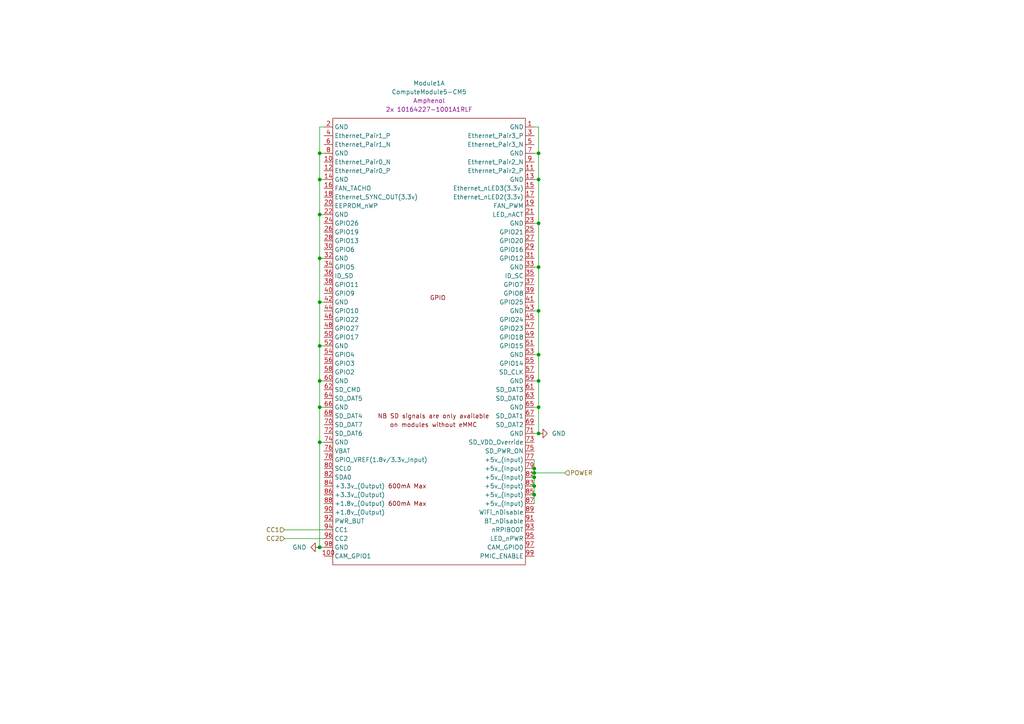
<source format=kicad_sch>
(kicad_sch (version 20250114) (generator "eeschema") (generator_version "9.0")
  (paper "A4")
  (lib_symbols
    (symbol "CM5:ComputeModule5-CM5"
      (property "Reference" "Module" (at 113.03 -68.58 0))
      (property "Value" "ComputeModule5-CM5" (at 140.97 2.54 0))
      (property "Field4" "Amphenol" (at 0 0 0))
      (property "Field5" "2x 10164227-1001A1RLF" (at 0 -2.54 0))
      (symbol "ComputeModule5-CM5_1_0"
        (text "GPIO" (at 0 6.35 0) (effects (font (size 1.27 1.27))))
      )
      (symbol "ComputeModule5-CM5_1_1"
        (rectangle (start -30.48 -71.12) (end 25.4 58.42))
        (text "600mA Max" (at -8.89 -48.26 0) (effects (font (size 1.27 1.27))))
        (text "600mA Max" (at -8.89 -53.34 0) (effects (font (size 1.27 1.27))))
        (text "NB SD signals are only available" (at -1.27 -27.94 0) (effects (font (size 1.27 1.27))))
        (text "on modules without eMMC" (at -1.27 -30.48 0) (effects (font (size 1.27 1.27))))
        (pin power_in line (at -33.02 55.88 0) (length 2.54) (name "GND") (number "2"))
        (pin passive line (at -33.02 53.34 0) (length 2.54) (name "Ethernet_Pair1_P") (number "4"))
        (pin passive line (at -33.02 50.8 0) (length 2.54) (name "Ethernet_Pair1_N") (number "6"))
        (pin power_in line (at -33.02 48.26 0) (length 2.54) (name "GND") (number "8"))
        (pin passive line (at -33.02 45.72 0) (length 2.54) (name "Ethernet_Pair0_N") (number "10"))
        (pin passive line (at -33.02 43.18 0) (length 2.54) (name "Ethernet_Pair0_P") (number "12"))
        (pin power_in line (at -33.02 40.64 0) (length 2.54) (name "GND") (number "14"))
        (pin input line (at -33.02 38.1 0) (length 2.54) (name "FAN_TACHO") (number "16"))
        (pin input line (at -33.02 35.56 0) (length 2.54) (name "Ethernet_SYNC_OUT(3.3v)") (number "18"))
        (pin passive line (at -33.02 33.02 0) (length 2.54) (name "EEPROM_nWP") (number "20"))
        (pin power_in line (at -33.02 30.48 0) (length 2.54) (name "GND") (number "22"))
        (pin passive line (at -33.02 27.94 0) (length 2.54) (name "GPIO26") (number "24"))
        (pin passive line (at -33.02 25.4 0) (length 2.54) (name "GPIO19") (number "26"))
        (pin passive line (at -33.02 22.86 0) (length 2.54) (name "GPIO13") (number "28"))
        (pin passive line (at -33.02 20.32 0) (length 2.54) (name "GPIO6") (number "30"))
        (pin power_in line (at -33.02 17.78 0) (length 2.54) (name "GND") (number "32"))
        (pin passive line (at -33.02 15.24 0) (length 2.54) (name "GPIO5") (number "34"))
        (pin passive line (at -33.02 12.7 0) (length 2.54) (name "ID_SD") (number "36"))
        (pin passive line (at -33.02 10.16 0) (length 2.54) (name "GPIO11") (number "38"))
        (pin passive line (at -33.02 7.62 0) (length 2.54) (name "GPIO9") (number "40"))
        (pin power_in line (at -33.02 5.08 0) (length 2.54) (name "GND") (number "42"))
        (pin passive line (at -33.02 2.54 0) (length 2.54) (name "GPIO10") (number "44"))
        (pin passive line (at -33.02 0 0) (length 2.54) (name "GPIO22") (number "46"))
        (pin passive line (at -33.02 -2.54 0) (length 2.54) (name "GPIO27") (number "48"))
        (pin passive line (at -33.02 -5.08 0) (length 2.54) (name "GPIO17") (number "50"))
        (pin power_in line (at -33.02 -7.62 0) (length 2.54) (name "GND") (number "52"))
        (pin passive line (at -33.02 -10.16 0) (length 2.54) (name "GPIO4") (number "54"))
        (pin passive line (at -33.02 -12.7 0) (length 2.54) (name "GPIO3") (number "56"))
        (pin passive line (at -33.02 -15.24 0) (length 2.54) (name "GPIO2") (number "58"))
        (pin power_in line (at -33.02 -17.78 0) (length 2.54) (name "GND") (number "60"))
        (pin passive line (at -33.02 -20.32 0) (length 2.54) (name "SD_CMD") (number "62"))
        (pin passive line (at -33.02 -22.86 0) (length 2.54) (name "SD_DAT5") (number "64"))
        (pin power_in line (at -33.02 -25.4 0) (length 2.54) (name "GND") (number "66"))
        (pin passive line (at -33.02 -27.94 0) (length 2.54) (name "SD_DAT4") (number "68"))
        (pin passive line (at -33.02 -30.48 0) (length 2.54) (name "SD_DAT7") (number "70"))
        (pin passive line (at -33.02 -33.02 0) (length 2.54) (name "SD_DAT6") (number "72"))
        (pin power_in line (at -33.02 -35.56 0) (length 2.54) (name "GND") (number "74"))
        (pin passive line (at -33.02 -38.1 0) (length 2.54) (name "VBAT") (number "76"))
        (pin power_in line (at -33.02 -40.64 0) (length 2.54) (name "GPIO_VREF(1.8v/3.3v_Input)") (number "78"))
        (pin passive line (at -33.02 -43.18 0) (length 2.54) (name "SCL0") (number "80"))
        (pin passive line (at -33.02 -45.72 0) (length 2.54) (name "SDA0") (number "82"))
        (pin power_out line (at -33.02 -48.26 0) (length 2.54) (name "+3.3v_(Output)") (number "84"))
        (pin passive line (at -33.02 -50.8 0) (length 2.54) (name "+3.3v_(Output)") (number "86"))
        (pin power_out line (at -33.02 -53.34 0) (length 2.54) (name "+1.8v_(Output)") (number "88"))
        (pin passive line (at -33.02 -55.88 0) (length 2.54) (name "+1.8v_(Output)") (number "90"))
        (pin passive line (at -33.02 -58.42 0) (length 2.54) (name "PWR_BUT") (number "92"))
        (pin passive line (at -33.02 -60.96 0) (length 2.54) (name "CC1") (number "94"))
        (pin passive line (at -33.02 -63.5 0) (length 2.54) (name "CC2") (number "96"))
        (pin power_in line (at -33.02 -66.04 0) (length 2.54) (name "GND") (number "98"))
        (pin passive line (at -33.02 -68.58 0) (length 2.54) (name "CAM_GPIO1") (number "100"))
        (pin power_in line (at 27.94 55.88 180) (length 2.54) (name "GND") (number "1"))
        (pin passive line (at 27.94 53.34 180) (length 2.54) (name "Ethernet_Pair3_P") (number "3"))
        (pin passive line (at 27.94 50.8 180) (length 2.54) (name "Ethernet_Pair3_N") (number "5"))
        (pin power_in line (at 27.94 48.26 180) (length 2.54) (name "GND") (number "7"))
        (pin passive line (at 27.94 45.72 180) (length 2.54) (name "Ethernet_Pair2_N") (number "9"))
        (pin passive line (at 27.94 43.18 180) (length 2.54) (name "Ethernet_Pair2_P") (number "11"))
        (pin power_in line (at 27.94 40.64 180) (length 2.54) (name "GND") (number "13"))
        (pin output line (at 27.94 38.1 180) (length 2.54) (name "Ethernet_nLED3(3.3v)") (number "15"))
        (pin output line (at 27.94 35.56 180) (length 2.54) (name "Ethernet_nLED2(3.3v)") (number "17"))
        (pin output line (at 27.94 33.02 180) (length 2.54) (name "FAN_PWM") (number "19"))
        (pin open_collector line (at 27.94 30.48 180) (length 2.54) (name "LED_nACT") (number "21"))
        (pin power_in line (at 27.94 27.94 180) (length 2.54) (name "GND") (number "23"))
        (pin passive line (at 27.94 25.4 180) (length 2.54) (name "GPIO21") (number "25"))
        (pin passive line (at 27.94 22.86 180) (length 2.54) (name "GPIO20") (number "27"))
        (pin passive line (at 27.94 20.32 180) (length 2.54) (name "GPIO16") (number "29"))
        (pin passive line (at 27.94 17.78 180) (length 2.54) (name "GPIO12") (number "31"))
        (pin power_in line (at 27.94 15.24 180) (length 2.54) (name "GND") (number "33"))
        (pin passive line (at 27.94 12.7 180) (length 2.54) (name "ID_SC") (number "35"))
        (pin passive line (at 27.94 10.16 180) (length 2.54) (name "GPIO7") (number "37"))
        (pin passive line (at 27.94 7.62 180) (length 2.54) (name "GPIO8") (number "39"))
        (pin passive line (at 27.94 5.08 180) (length 2.54) (name "GPIO25") (number "41"))
        (pin power_in line (at 27.94 2.54 180) (length 2.54) (name "GND") (number "43"))
        (pin passive line (at 27.94 0 180) (length 2.54) (name "GPIO24") (number "45"))
        (pin passive line (at 27.94 -2.54 180) (length 2.54) (name "GPIO23") (number "47"))
        (pin passive line (at 27.94 -5.08 180) (length 2.54) (name "GPIO18") (number "49"))
        (pin passive line (at 27.94 -7.62 180) (length 2.54) (name "GPIO15") (number "51"))
        (pin power_in line (at 27.94 -10.16 180) (length 2.54) (name "GND") (number "53"))
        (pin passive line (at 27.94 -12.7 180) (length 2.54) (name "GPIO14") (number "55"))
        (pin passive line (at 27.94 -15.24 180) (length 2.54) (name "SD_CLK") (number "57"))
        (pin power_in line (at 27.94 -17.78 180) (length 2.54) (name "GND") (number "59"))
        (pin passive line (at 27.94 -20.32 180) (length 2.54) (name "SD_DAT3") (number "61"))
        (pin passive line (at 27.94 -22.86 180) (length 2.54) (name "SD_DAT0") (number "63"))
        (pin power_in line (at 27.94 -25.4 180) (length 2.54) (name "GND") (number "65"))
        (pin passive line (at 27.94 -27.94 180) (length 2.54) (name "SD_DAT1") (number "67"))
        (pin passive line (at 27.94 -30.48 180) (length 2.54) (name "SD_DAT2") (number "69"))
        (pin power_in line (at 27.94 -33.02 180) (length 2.54) (name "GND") (number "71"))
        (pin input line (at 27.94 -35.56 180) (length 2.54) (name "SD_VDD_Override") (number "73"))
        (pin output line (at 27.94 -38.1 180) (length 2.54) (name "SD_PWR_ON") (number "75"))
        (pin power_in line (at 27.94 -40.64 180) (length 2.54) (name "+5v_(Input)") (number "77"))
        (pin power_in line (at 27.94 -43.18 180) (length 2.54) (name "+5v_(Input)") (number "79"))
        (pin power_in line (at 27.94 -45.72 180) (length 2.54) (name "+5v_(Input)") (number "81"))
        (pin power_in line (at 27.94 -48.26 180) (length 2.54) (name "+5v_(Input)") (number "83"))
        (pin power_in line (at 27.94 -50.8 180) (length 2.54) (name "+5v_(Input)") (number "85"))
        (pin power_in line (at 27.94 -53.34 180) (length 2.54) (name "+5v_(Input)") (number "87"))
        (pin input line (at 27.94 -55.88 180) (length 2.54) (name "WiFi_nDisable") (number "89"))
        (pin input line (at 27.94 -58.42 180) (length 2.54) (name "BT_nDisable") (number "91"))
        (pin input line (at 27.94 -60.96 180) (length 2.54) (name "nRPIBOOT") (number "93"))
        (pin output line (at 27.94 -63.5 180) (length 2.54) (name "LED_nPWR") (number "95"))
        (pin passive line (at 27.94 -66.04 180) (length 2.54) (name "CAM_GPIO0") (number "97"))
        (pin input line (at 27.94 -68.58 180) (length 2.54) (name "PMIC_ENABLE") (number "99"))
      )
      (symbol "ComputeModule5-CM5_2_1"
        (rectangle (start 114.3 -66.04) (end 165.1 63.5))
        (text "High Speed Serial" (at 140.97 0 0) (effects (font (size 1.27 1.27))))
        (pin input line (at 109.22 60.96 0) (length 5.08) (name "PCIe_nCLKREQ") (number "102"))
        (pin input line (at 109.22 58.42 0) (length 5.08) (name "PCIE_nWAKE") (number "104"))
        (pin output line (at 109.22 55.88 0) (length 5.08) (name "PCIE_PWR_EN") (number "106"))
        (pin power_in line (at 109.22 53.34 0) (length 5.08) (name "GND") (number "108"))
        (pin output line (at 109.22 50.8 0) (length 5.08) (name "PCIe_CLK_P") (number "110"))
        (pin output line (at 109.22 48.26 0) (length 5.08) (name "PCIe_CLK_N") (number "112"))
        (pin power_in line (at 109.22 45.72 0) (length 5.08) (name "GND") (number "114"))
        (pin input line (at 109.22 43.18 0) (length 5.08) (name "PCIe_RX_P") (number "116"))
        (pin input line (at 109.22 40.64 0) (length 5.08) (name "PCIe_RX_N") (number "118"))
        (pin power_in line (at 109.22 38.1 0) (length 5.08) (name "GND") (number "120"))
        (pin output line (at 109.22 35.56 0) (length 5.08) (name "PCIe_TX_P") (number "122"))
        (pin output line (at 109.22 33.02 0) (length 5.08) (name "PCIe_TX_N") (number "124"))
        (pin power_in line (at 109.22 30.48 0) (length 5.08) (name "GND") (number "126"))
        (pin input line (at 109.22 27.94 0) (length 5.08) (name "USB3-0-RX_N") (number "128"))
        (pin input line (at 109.22 25.4 0) (length 5.08) (name "USB3-0-RX_P") (number "130"))
        (pin power_in line (at 109.22 22.86 0) (length 5.08) (name "GND") (number "132"))
        (pin passive line (at 109.22 20.32 0) (length 5.08) (name "USB3-0-D_P") (number "134"))
        (pin passive line (at 109.22 17.78 0) (length 5.08) (name "USB3-0-D_N") (number "136"))
        (pin power_in line (at 109.22 15.24 0) (length 5.08) (name "GND") (number "138"))
        (pin output line (at 109.22 12.7 0) (length 5.08) (name "USB3-0-TX_N") (number "140"))
        (pin output line (at 109.22 10.16 0) (length 5.08) (name "USB3-0-TX_P") (number "142"))
        (pin power_in line (at 109.22 7.62 0) (length 5.08) (name "GND") (number "144"))
        (pin output line (at 109.22 5.08 0) (length 5.08) (name "HDMI1_TX2_P") (number "146"))
        (pin output line (at 109.22 2.54 0) (length 5.08) (name "HDMI1_TX2_N") (number "148"))
        (pin power_in line (at 109.22 0 0) (length 5.08) (name "GND") (number "150"))
        (pin output line (at 109.22 -2.54 0) (length 5.08) (name "HDMI1_TX1_P") (number "152"))
        (pin output line (at 109.22 -5.08 0) (length 5.08) (name "HDMI1_TX1_N") (number "154"))
        (pin power_in line (at 109.22 -7.62 0) (length 5.08) (name "GND") (number "156"))
        (pin output line (at 109.22 -10.16 0) (length 5.08) (name "HDMI1_TX0_P") (number "158"))
        (pin output line (at 109.22 -12.7 0) (length 5.08) (name "HDMI1_TX0_N") (number "160"))
        (pin power_in line (at 109.22 -15.24 0) (length 5.08) (name "GND") (number "162"))
        (pin output line (at 109.22 -17.78 0) (length 5.08) (name "HDMI1_CLK_P") (number "164"))
        (pin output line (at 109.22 -20.32 0) (length 5.08) (name "HDMI1_CLK_N") (number "166"))
        (pin power_in line (at 109.22 -22.86 0) (length 5.08) (name "GND") (number "168"))
        (pin output line (at 109.22 -25.4 0) (length 5.08) (name "HDMI0_TX2_P") (number "170"))
        (pin output line (at 109.22 -27.94 0) (length 5.08) (name "HDMI0_TX2_N") (number "172"))
        (pin power_in line (at 109.22 -30.48 0) (length 5.08) (name "GND") (number "174"))
        (pin output line (at 109.22 -33.02 0) (length 5.08) (name "HDMI0_TX1_P") (number "176"))
        (pin output line (at 109.22 -35.56 0) (length 5.08) (name "HDMI0_TX1_N") (number "178"))
        (pin power_in line (at 109.22 -38.1 0) (length 5.08) (name "GND") (number "180"))
        (pin output line (at 109.22 -40.64 0) (length 5.08) (name "HDMI0_TX0_P") (number "182"))
        (pin output line (at 109.22 -43.18 0) (length 5.08) (name "HDMI0_TX0_N") (number "184"))
        (pin power_in line (at 109.22 -45.72 0) (length 5.08) (name "GND") (number "186"))
        (pin output line (at 109.22 -48.26 0) (length 5.08) (name "HDMI0_CLK_P") (number "188"))
        (pin output line (at 109.22 -50.8 0) (length 5.08) (name "HDMI0_CLK_N") (number "190"))
        (pin power_in line (at 109.22 -53.34 0) (length 5.08) (name "GND") (number "192"))
        (pin output line (at 109.22 -55.88 0) (length 5.08) (name "MIPI1_D3_N") (number "194"))
        (pin output line (at 109.22 -58.42 0) (length 5.08) (name "MIPI1_D3_P") (number "196"))
        (pin power_in line (at 109.22 -60.96 0) (length 5.08) (name "GND") (number "198"))
        (pin open_collector line (at 109.22 -63.5 0) (length 5.08) (name "HDMI0_SCL") (number "200"))
        (pin input line (at 170.18 60.96 180) (length 5.08) (name "USB_OTG_ID") (number "101"))
        (pin passive line (at 170.18 58.42 180) (length 5.08) (name "USB2_N") (number "103"))
        (pin passive line (at 170.18 55.88 180) (length 5.08) (name "USB2_P") (number "105"))
        (pin power_in line (at 170.18 53.34 180) (length 5.08) (name "GND") (number "107"))
        (pin output line (at 170.18 50.8 180) (length 5.08) (name "PCIe_nRST") (number "109"))
        (pin output line (at 170.18 48.26 180) (length 5.08) (name "VBUS_EN") (number "111"))
        (pin power_in line (at 170.18 45.72 180) (length 5.08) (name "GND") (number "113"))
        (pin input line (at 170.18 43.18 180) (length 5.08) (name "MIPI0_D0_N") (number "115"))
        (pin input line (at 170.18 40.64 180) (length 5.08) (name "MIPI0_D0_P") (number "117"))
        (pin power_in line (at 170.18 38.1 180) (length 5.08) (name "GND") (number "119"))
        (pin input line (at 170.18 35.56 180) (length 5.08) (name "MIPI0_D1_N") (number "121"))
        (pin input line (at 170.18 33.02 180) (length 5.08) (name "MIPI0_D1_P") (number "123"))
        (pin power_in line (at 170.18 30.48 180) (length 5.08) (name "GND") (number "125"))
        (pin input line (at 170.18 27.94 180) (length 5.08) (name "MIPI0_C_N") (number "127"))
        (pin input line (at 170.18 25.4 180) (length 5.08) (name "MIPI0_C_P") (number "129"))
        (pin power_in line (at 170.18 22.86 180) (length 5.08) (name "GND") (number "131"))
        (pin input line (at 170.18 20.32 180) (length 5.08) (name "MIPI0_D2_N") (number "133"))
        (pin input line (at 170.18 17.78 180) (length 5.08) (name "MIPI0_D2_P") (number "135"))
        (pin power_in line (at 170.18 15.24 180) (length 5.08) (name "GND") (number "137"))
        (pin input line (at 170.18 12.7 180) (length 5.08) (name "MIPI0_D3_N") (number "139"))
        (pin input line (at 170.18 10.16 180) (length 5.08) (name "MIPI0_D3_P") (number "141"))
        (pin input line (at 170.18 7.62 180) (length 5.08) (name "HDMI1_HOTPLUG") (number "143"))
        (pin bidirectional line (at 170.18 5.08 180) (length 5.08) (name "HDMI1_SDA") (number "145"))
        (pin open_collector line (at 170.18 2.54 180) (length 5.08) (name "HDMI1_SCL") (number "147"))
        (pin open_collector line (at 170.18 0 180) (length 5.08) (name "HDMI1_CEC") (number "149"))
        (pin open_collector line (at 170.18 -2.54 180) (length 5.08) (name "HDMI0_CEC") (number "151"))
        (pin input line (at 170.18 -5.08 180) (length 5.08) (name "HDMI0_HOTPLUG") (number "153"))
        (pin power_in line (at 170.18 -7.62 180) (length 5.08) (name "GND") (number "155"))
        (pin input line (at 170.18 -10.16 180) (length 5.08) (name "USB3-1-RX_N") (number "157"))
        (pin input line (at 170.18 -12.7 180) (length 5.08) (name "USB3-1-RX_P") (number "159"))
        (pin power_in line (at 170.18 -15.24 180) (length 5.08) (name "GND") (number "161"))
        (pin passive line (at 170.18 -17.78 180) (length 5.08) (name "USB3-1-D_P") (number "163"))
        (pin passive line (at 170.18 -20.32 180) (length 5.08) (name "USB3-1-D_N") (number "165"))
        (pin power_in line (at 170.18 -22.86 180) (length 5.08) (name "GND") (number "167"))
        (pin output line (at 170.18 -25.4 180) (length 5.08) (name "USB3-1-TX_N") (number "169"))
        (pin output line (at 170.18 -27.94 180) (length 5.08) (name "USB3-1-TX_P") (number "171"))
        (pin power_in line (at 170.18 -30.48 180) (length 5.08) (name "GND") (number "173"))
        (pin output line (at 170.18 -33.02 180) (length 5.08) (name "MIPI1_D0_N") (number "175"))
        (pin output line (at 170.18 -35.56 180) (length 5.08) (name "MIPI1_D0_P") (number "177"))
        (pin power_in line (at 170.18 -38.1 180) (length 5.08) (name "GND") (number "179"))
        (pin output line (at 170.18 -40.64 180) (length 5.08) (name "MIPI1_D1_N") (number "181"))
        (pin output line (at 170.18 -43.18 180) (length 5.08) (name "MIPI1_D1_P") (number "183"))
        (pin power_in line (at 170.18 -45.72 180) (length 5.08) (name "GND") (number "185"))
        (pin output line (at 170.18 -48.26 180) (length 5.08) (name "MIPI1_C_N") (number "187"))
        (pin output line (at 170.18 -50.8 180) (length 5.08) (name "MIPI1_C_P") (number "189"))
        (pin power_in line (at 170.18 -53.34 180) (length 5.08) (name "GND") (number "191"))
        (pin output line (at 170.18 -55.88 180) (length 5.08) (name "MIPI1_D2_N") (number "193"))
        (pin output line (at 170.18 -58.42 180) (length 5.08) (name "MIPI1_D2_P") (number "195"))
        (pin power_in line (at 170.18 -60.96 180) (length 5.08) (name "GND") (number "197"))
        (pin bidirectional line (at 170.18 -63.5 180) (length 5.08) (name "HDMI0_SDA") (number "199"))
      )
    )
    (symbol "power:GND" (power) (pin_numbers (hide yes)) (pin_names (offset 0) (hide yes))
      (property "Value" "GND" (at 0 -3.81 0))
      (symbol "GND_0_1"
        (polyline (pts (xy 0 0) (xy 0 -1.27) (xy 1.27 -1.27) (xy 0 -2.54) (xy -1.27 -1.27) (xy 0 -1.27)))
      )
      (symbol "GND_1_1"
        (pin power_in line (at 0 0 270) (length 0) (name "~") (number "1"))
      )
    )
  )
  (junction (at 154.94 138.43))
  (junction (at 92.71 110.49))
  (junction (at 156.21 102.87))
  (junction (at 154.94 137.16))
  (junction (at 156.21 118.11))
  (junction (at 92.71 100.33))
  (junction (at 92.71 62.23))
  (junction (at 156.21 52.07))
  (junction (at 156.21 64.77))
  (junction (at 92.71 87.63))
  (junction (at 154.94 140.97))
  (junction (at 92.71 128.27))
  (junction (at 92.71 74.93))
  (junction (at 92.71 158.75))
  (junction (at 156.21 44.45))
  (junction (at 156.21 90.17))
  (junction (at 156.21 125.73))
  (junction (at 92.71 52.07))
  (junction (at 154.94 135.89))
  (junction (at 92.71 118.11))
  (junction (at 156.21 77.47))
  (junction (at 156.21 110.49))
  (junction (at 154.94 143.51))
  (junction (at 92.71 44.45))
  (wire (pts (xy 154.94 52.07) (xy 156.21 52.07)))
  (wire (pts (xy 92.71 52.07) (xy 93.98 52.07)))
  (wire (pts (xy 92.71 44.45) (xy 92.71 36.83)))
  (wire (pts (xy 93.98 158.75) (xy 92.71 158.75)))
  (wire (pts (xy 154.94 110.49) (xy 156.21 110.49)))
  (wire (pts (xy 156.21 36.83) (xy 154.94 36.83)))
  (wire (pts (xy 156.21 118.11) (xy 156.21 125.73)))
  (wire (pts (xy 154.94 133.35) (xy 154.94 135.89)))
  (wire (pts (xy 154.94 138.43) (xy 154.94 140.97)))
  (wire (pts (xy 92.71 128.27) (xy 93.98 128.27)))
  (wire (pts (xy 92.71 62.23) (xy 92.71 52.07)))
  (wire (pts (xy 154.94 125.73) (xy 156.21 125.73)))
  (wire (pts (xy 154.94 137.16) (xy 163.83 137.16)))
  (wire (pts (xy 92.71 110.49) (xy 92.71 100.33)))
  (wire (pts (xy 156.21 110.49) (xy 156.21 118.11)))
  (wire (pts (xy 92.71 118.11) (xy 92.71 110.49)))
  (wire (pts (xy 156.21 77.47) (xy 156.21 90.17)))
  (wire (pts (xy 156.21 77.47) (xy 156.21 64.77)))
  (wire (pts (xy 156.21 44.45) (xy 156.21 36.83)))
  (wire (pts (xy 156.21 102.87) (xy 156.21 110.49)))
  (wire (pts (xy 92.71 36.83) (xy 93.98 36.83)))
  (wire (pts (xy 92.71 118.11) (xy 93.98 118.11)))
  (wire (pts (xy 154.94 143.51) (xy 154.94 146.05)))
  (wire (pts (xy 154.94 77.47) (xy 156.21 77.47)))
  (wire (pts (xy 92.71 128.27) (xy 92.71 118.11)))
  (wire (pts (xy 154.94 90.17) (xy 156.21 90.17)))
  (wire (pts (xy 82.55 153.67) (xy 93.98 153.67)))
  (wire (pts (xy 92.71 62.23) (xy 93.98 62.23)))
  (wire (pts (xy 82.55 156.21) (xy 93.98 156.21)))
  (wire (pts (xy 156.21 90.17) (xy 156.21 102.87)))
  (wire (pts (xy 154.94 44.45) (xy 156.21 44.45)))
  (wire (pts (xy 92.71 44.45) (xy 93.98 44.45)))
  (wire (pts (xy 92.71 100.33) (xy 92.71 87.63)))
  (wire (pts (xy 156.21 52.07) (xy 156.21 44.45)))
  (wire (pts (xy 92.71 87.63) (xy 92.71 74.93)))
  (wire (pts (xy 154.94 135.89) (xy 154.94 137.16)))
  (wire (pts (xy 154.94 140.97) (xy 154.94 143.51)))
  (wire (pts (xy 154.94 64.77) (xy 156.21 64.77)))
  (wire (pts (xy 92.71 87.63) (xy 93.98 87.63)))
  (wire (pts (xy 154.94 102.87) (xy 156.21 102.87)))
  (wire (pts (xy 154.94 118.11) (xy 156.21 118.11)))
  (wire (pts (xy 156.21 64.77) (xy 156.21 52.07)))
  (wire (pts (xy 92.71 110.49) (xy 93.98 110.49)))
  (wire (pts (xy 92.71 74.93) (xy 92.71 62.23)))
  (wire (pts (xy 92.71 74.93) (xy 93.98 74.93)))
  (wire (pts (xy 92.71 52.07) (xy 92.71 44.45)))
  (wire (pts (xy 154.94 137.16) (xy 154.94 138.43)))
  (wire (pts (xy 92.71 100.33) (xy 93.98 100.33)))
  (wire (pts (xy 92.71 158.75) (xy 92.71 128.27)))
  (hierarchical_label "CC2" (shape input) (at 82.55 156.21 180))
  (hierarchical_label "POWER" (shape input) (at 163.83 137.16 0))
  (hierarchical_label "CC1" (shape input) (at 82.55 153.67 180))
  (symbol (lib_id "power:GND") (at 92.71 158.75 270) (unit 1)
    (property "Reference" "#PWR04" (effects (hide yes)))
    (property "Value" "GND" (at 88.9 158.7499 90) (effects (justify right)))
    (property "Description" "Power symbol creates a global label with name \"GND\" , ground" (effects (hide yes)))
  )
  (symbol (lib_id "power:GND") (at 156.21 125.73 90) (unit 1)
    (property "Reference" "#PWR03" (effects (hide yes)))
    (property "Value" "GND" (at 160.02 125.7299 90) (effects (justify right)))
    (property "Description" "Power symbol creates a global label with name \"GND\" , ground" (effects (hide yes)))
  )
  (symbol (lib_id "CM5:ComputeModule5-CM5") (at 127 92.71 0) (unit 1)
    (property "Reference" "Module1" (at 124.46 24.13 0))
    (property "Value" "ComputeModule5-CM5" (at 124.46 26.67 0))
    (property "Footprint" "CM5:Raspberry-Pi-5-Compute-Module" (effects (hide yes)))
    (property "Description" "RaspberryPi Compute module 5" (effects (hide yes)))
    (property "Field4" "Amphenol" (at 124.46 29.21 0))
    (property "Field5" "2x 10164227-1001A1RLF" (at 124.46 31.75 0))
  )
)
</source>
